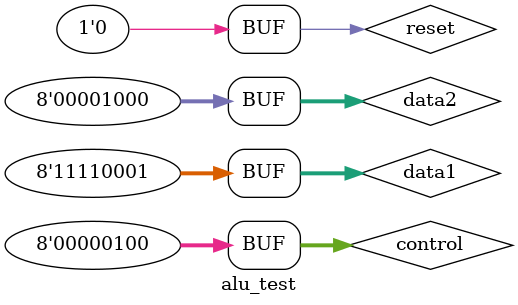
<source format=v>
`timescale 1ns / 1ps


module alu_test;

	// Inputs
	reg [7:0]data1,data2,control;
	reg reset;
	wire [15:0]result;

	// Instantiate the Unit Under Test (UUT)
	alu8bit uut(data1,data2,control, reset,result);

	initial begin
		// Initialize Inputs
		data1 = 0;
	   reset=1;
		
		data1=8'hf1;
		data2=8'h08;
		control=8'd0;
		// Wait 100 ns for global reset to finish
		#100;
		reset=0;
		#120;
		control=8'd1;
		#130;
		control=8'd2;
		#140;
		control=8'd3;
		#150;
		control=8'd4;
        
		// Add stimulus here

	end
endmodule


</source>
